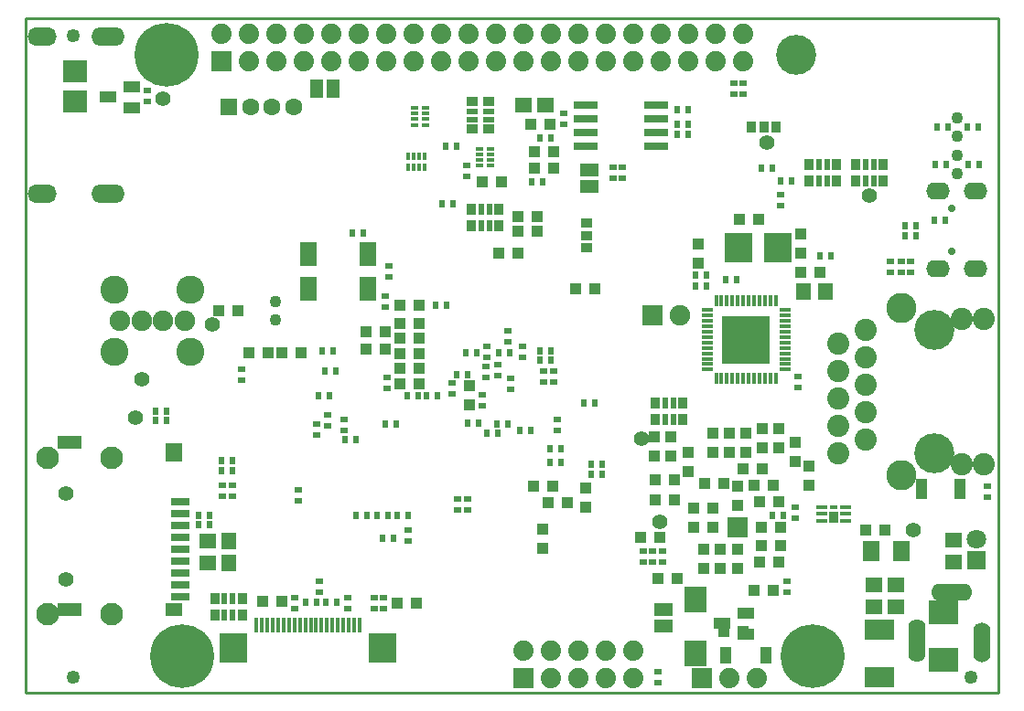
<source format=gbr>
G04 #@! TF.GenerationSoftware,KiCad,Pcbnew,no-vcs-found-ddec803~58~ubuntu14.04.1*
G04 #@! TF.CreationDate,2017-06-02T15:46:54+03:00*
G04 #@! TF.ProjectId,A64-OlinuXino_Rev_D,4136342D4F6C696E7558696E6F5F5265,D*
G04 #@! TF.FileFunction,Soldermask,Bot*
G04 #@! TF.FilePolarity,Negative*
%FSLAX46Y46*%
G04 Gerber Fmt 4.6, Leading zero omitted, Abs format (unit mm)*
G04 Created by KiCad (PCBNEW no-vcs-found-ddec803~58~ubuntu14.04.1) date Fri Jun  2 15:46:54 2017*
%MOMM*%
%LPD*%
G01*
G04 APERTURE LIST*
%ADD10C,0.100000*%
%ADD11C,0.254000*%
%ADD12C,3.700000*%
%ADD13C,2.800000*%
%ADD14C,2.050000*%
%ADD15O,2.200000X1.600000*%
%ADD16C,0.700000*%
%ADD17C,2.100000*%
%ADD18R,2.501600X2.701600*%
%ADD19R,0.351600X1.401600*%
%ADD20R,1.822400X1.822400*%
%ADD21R,4.400000X4.400000*%
%ADD22R,0.351600X1.001600*%
%ADD23R,1.001600X0.351600*%
%ADD24R,1.600000X2.200000*%
%ADD25C,1.254000*%
%ADD26O,2.700000X1.700000*%
%ADD27O,3.100000X1.700000*%
%ADD28C,1.900000*%
%ADD29C,2.600000*%
%ADD30C,5.900000*%
%ADD31R,0.863600X1.117600*%
%ADD32R,0.609600X1.117600*%
%ADD33R,0.651600X0.601600*%
%ADD34R,1.001600X0.451600*%
%ADD35R,0.901600X1.051600*%
%ADD36R,0.701600X0.451600*%
%ADD37R,1.701800X1.270000*%
%ADD38R,0.601600X0.651600*%
%ADD39R,1.117600X1.117600*%
%ADD40R,1.625600X1.371600*%
%ADD41R,2.100000X2.400000*%
%ADD42R,1.101600X1.501600*%
%ADD43R,1.501600X1.101600*%
%ADD44R,2.200000X2.000000*%
%ADD45R,2.801600X1.901600*%
%ADD46R,1.371600X1.625600*%
%ADD47R,1.117600X0.863600*%
%ADD48R,1.117600X0.609600*%
%ADD49R,1.270000X1.701800*%
%ADD50R,1.625600X1.879600*%
%ADD51C,1.100000*%
%ADD52R,1.117600X1.879600*%
%ADD53R,2.301600X0.701600*%
%ADD54R,2.686000X2.178000*%
%ADD55C,1.400000*%
%ADD56R,1.601600X1.601600*%
%ADD57C,1.601600*%
%ADD58C,1.879600*%
%ADD59R,1.879600X1.879600*%
%ADD60R,1.800000X1.800000*%
%ADD61C,1.800000*%
%ADD62R,1.901600X1.901600*%
%ADD63C,1.901600*%
%ADD64R,1.699260X0.800100*%
%ADD65R,1.501140X1.300480*%
%ADD66R,1.501140X1.699260*%
%ADD67R,2.301240X1.300480*%
%ADD68O,1.601600X4.001600*%
%ADD69O,1.601600X3.701600*%
%ADD70O,3.801600X1.601600*%
%ADD71R,0.726600X0.426600*%
%ADD72R,0.726600X0.351600*%
%ADD73R,0.426600X0.726600*%
%ADD74R,0.351600X0.726600*%
%ADD75R,2.500000X2.800000*%
G04 APERTURE END LIST*
D10*
D11*
X100000000Y-37500000D02*
X100000000Y-100000000D01*
X190000000Y-37500000D02*
X100000000Y-37500000D01*
X190000000Y-100000000D02*
X190000000Y-37500000D01*
X100000000Y-100000000D02*
X190000000Y-100000000D01*
D12*
X184023000Y-77851000D03*
X184023000Y-66421000D03*
D13*
X180975000Y-79883000D03*
X180975000Y-64389000D03*
D14*
X188595000Y-78867000D03*
X186563000Y-78867000D03*
X188595000Y-65405000D03*
X186563000Y-65405000D03*
X175133000Y-77851000D03*
X177673000Y-76581000D03*
X175133000Y-75311000D03*
X177673000Y-74041000D03*
X175133000Y-72771000D03*
X177673000Y-71501000D03*
X175133000Y-70231000D03*
X177673000Y-68961000D03*
X175133000Y-67691000D03*
X177673000Y-66421000D03*
D15*
X187842000Y-53550000D03*
X184372000Y-53550000D03*
X184372000Y-60750000D03*
X187842000Y-60750000D03*
D16*
X185692000Y-55150000D03*
X185692000Y-59150000D03*
D17*
X107981000Y-78232000D03*
X101981000Y-78232000D03*
X107981000Y-92710000D03*
X101981000Y-92710000D03*
D18*
X133011000Y-95870000D03*
X119211000Y-95870000D03*
D19*
X130861000Y-93770000D03*
X130361000Y-93770000D03*
X129861000Y-93770000D03*
X129361000Y-93770000D03*
X128861000Y-93770000D03*
X128361000Y-93770000D03*
X127861000Y-93770000D03*
X127361000Y-93770000D03*
X126861000Y-93770000D03*
X126361000Y-93770000D03*
X125861000Y-93770000D03*
X125361000Y-93770000D03*
X124861000Y-93770000D03*
X124361000Y-93770000D03*
X123861000Y-93770000D03*
X123361000Y-93770000D03*
X122861000Y-93770000D03*
X122361000Y-93770000D03*
X121861000Y-93770000D03*
X121361000Y-93770000D03*
D20*
X166624000Y-67310000D03*
D21*
X166624000Y-67310000D03*
D22*
X169374000Y-63710000D03*
X168874000Y-63710000D03*
X168374000Y-63710000D03*
X167874000Y-63710000D03*
X167374000Y-63710000D03*
X166874000Y-63710000D03*
X166374000Y-63710000D03*
X165874000Y-63710000D03*
X165374000Y-63710000D03*
X164874000Y-63710000D03*
X164374000Y-63710000D03*
X163874000Y-63710000D03*
D23*
X163024000Y-64560000D03*
X163024000Y-65060000D03*
X163024000Y-65560000D03*
X163024000Y-66060000D03*
X163024000Y-66560000D03*
X163024000Y-67060000D03*
X163024000Y-67560000D03*
X163024000Y-68060000D03*
X163024000Y-68560000D03*
X163024000Y-69060000D03*
X163024000Y-69560000D03*
X163024000Y-70060000D03*
D22*
X163874000Y-70910000D03*
X164374000Y-70910000D03*
X164874000Y-70910000D03*
X165374000Y-70910000D03*
X165874000Y-70910000D03*
X166374000Y-70910000D03*
X166874000Y-70910000D03*
X167374000Y-70910000D03*
X167874000Y-70910000D03*
X168374000Y-70910000D03*
X168874000Y-70910000D03*
X169374000Y-70910000D03*
D23*
X170224000Y-70060000D03*
X170224000Y-69560000D03*
X170224000Y-69060000D03*
X170224000Y-68560000D03*
X170224000Y-68060000D03*
X170224000Y-67560000D03*
X170224000Y-67060000D03*
X170224000Y-66560000D03*
X170224000Y-66060000D03*
X170224000Y-65560000D03*
X170224000Y-65060000D03*
X170224000Y-64560000D03*
D24*
X126155000Y-59360000D03*
X126155000Y-62560000D03*
X131655000Y-62560000D03*
X131655000Y-59360000D03*
D25*
X104394000Y-39116000D03*
X104394000Y-98552000D03*
X187452000Y-98552000D03*
D26*
X101547000Y-39182000D03*
X101547000Y-53782000D03*
D27*
X107597000Y-53782000D03*
X107597000Y-39182000D03*
D20*
X165862000Y-84645500D03*
D28*
X114712000Y-65532000D03*
X112712000Y-65532000D03*
X110712000Y-65532000D03*
X108712000Y-65532000D03*
D29*
X108212000Y-68382000D03*
X108212000Y-62682000D03*
X115212000Y-68382000D03*
X115212000Y-62682000D03*
D30*
X172800000Y-96600000D03*
D31*
X179324000Y-51054000D03*
X179324000Y-52578000D03*
X176784000Y-51054000D03*
X176784000Y-52578000D03*
D32*
X178435000Y-51054000D03*
X177673000Y-51054000D03*
X178435000Y-52578000D03*
X177673000Y-52578000D03*
D33*
X133604000Y-60452000D03*
X133604000Y-61468000D03*
X111252000Y-44196000D03*
X111252000Y-45212000D03*
D34*
X173652000Y-84089000D03*
X173652000Y-83439000D03*
X173652000Y-82789000D03*
X175852000Y-82789000D03*
X175852000Y-83439000D03*
X175852000Y-84089000D03*
D35*
X174752000Y-83789000D03*
D36*
X174752000Y-82789000D03*
D31*
X143764000Y-55245000D03*
X143764000Y-56769000D03*
X141224000Y-55245000D03*
X141224000Y-56769000D03*
D32*
X142875000Y-55245000D03*
X142113000Y-55245000D03*
X142875000Y-56769000D03*
X142113000Y-56769000D03*
D37*
X159004000Y-92329000D03*
X159004000Y-92329000D03*
X159004000Y-93853000D03*
D33*
X135400000Y-84892000D03*
X135400000Y-85908000D03*
D38*
X135382000Y-83566000D03*
X134366000Y-83566000D03*
X133477000Y-83566000D03*
X132461000Y-83566000D03*
X131572000Y-83566000D03*
X130556000Y-83566000D03*
D39*
X134366000Y-91694000D03*
X136144000Y-91694000D03*
D33*
X129800000Y-91192000D03*
X129800000Y-92208000D03*
X124900000Y-91192000D03*
X124900000Y-92208000D03*
X125200000Y-82208000D03*
X125200000Y-81192000D03*
X129413000Y-75692000D03*
X129413000Y-74676000D03*
D39*
X123711000Y-68500000D03*
X125489000Y-68500000D03*
D33*
X119100000Y-81808000D03*
X119100000Y-80792000D03*
D38*
X132992000Y-85700000D03*
X134008000Y-85700000D03*
D33*
X133096000Y-91186000D03*
X133096000Y-92202000D03*
X132207000Y-91186000D03*
X132207000Y-92202000D03*
X133400000Y-70792000D03*
X133400000Y-71808000D03*
D39*
X123689000Y-91500000D03*
X121911000Y-91500000D03*
D38*
X143592000Y-75100000D03*
X144608000Y-75100000D03*
X145692000Y-75700000D03*
X146708000Y-75700000D03*
X130556000Y-76581000D03*
X129540000Y-76581000D03*
X127692000Y-70200000D03*
X128708000Y-70200000D03*
D39*
X133223000Y-68199000D03*
X131445000Y-68199000D03*
D38*
X141908000Y-75000000D03*
X140892000Y-75000000D03*
X119108000Y-78500000D03*
X118092000Y-78500000D03*
D33*
X127200000Y-89692000D03*
X127200000Y-90708000D03*
D38*
X127392000Y-68300000D03*
X128408000Y-68300000D03*
D39*
X122389000Y-68500000D03*
X120611000Y-68500000D03*
X147828000Y-86614000D03*
X147828000Y-84836000D03*
D33*
X127900000Y-74292000D03*
X127900000Y-75308000D03*
D38*
X143708000Y-76000000D03*
X142692000Y-76000000D03*
X133292000Y-75100000D03*
X134308000Y-75100000D03*
D33*
X126900000Y-76108000D03*
X126900000Y-75092000D03*
D38*
X148608000Y-69200000D03*
X147592000Y-69200000D03*
X138492000Y-54700000D03*
X139508000Y-54700000D03*
D39*
X144018000Y-52705000D03*
X142240000Y-52705000D03*
D38*
X148590000Y-48641000D03*
X147574000Y-48641000D03*
D39*
X148844000Y-49911000D03*
X147066000Y-49911000D03*
X146685000Y-47371000D03*
X148463000Y-47371000D03*
X147066000Y-51435000D03*
X148844000Y-51435000D03*
D38*
X146812000Y-52705000D03*
X147828000Y-52705000D03*
X140908000Y-70500000D03*
X139892000Y-70500000D03*
D33*
X139425000Y-71317000D03*
X139425000Y-72333000D03*
D38*
X138108000Y-72500000D03*
X137092000Y-72500000D03*
D39*
X136398000Y-69977000D03*
X134620000Y-69977000D03*
X134620000Y-65786000D03*
X136398000Y-65786000D03*
X136398000Y-68580000D03*
X134620000Y-68580000D03*
X134620000Y-67183000D03*
X136398000Y-67183000D03*
X134620000Y-71374000D03*
X136398000Y-71374000D03*
X141050000Y-71586000D03*
X141050000Y-73364000D03*
D40*
X116840000Y-85979000D03*
X116840000Y-88011000D03*
D33*
X179959000Y-61087000D03*
X179959000Y-60071000D03*
X144625000Y-66442000D03*
X144625000Y-67458000D03*
D38*
X143792000Y-68500000D03*
X144808000Y-68500000D03*
D33*
X147900000Y-70192000D03*
X147900000Y-71208000D03*
X142700000Y-68908000D03*
X142700000Y-67892000D03*
D38*
X148608000Y-68300000D03*
X147592000Y-68300000D03*
D33*
X148800000Y-71208000D03*
X148800000Y-70192000D03*
D39*
X145542000Y-59309000D03*
X143764000Y-59309000D03*
D33*
X142600000Y-70808000D03*
X142600000Y-69792000D03*
D40*
X180467000Y-90043000D03*
X180467000Y-92075000D03*
X178435000Y-90043000D03*
X178435000Y-92075000D03*
D39*
X147320000Y-55880000D03*
X145542000Y-55880000D03*
X169799000Y-84709000D03*
X168021000Y-84709000D03*
D38*
X148492000Y-77400000D03*
X149508000Y-77400000D03*
D39*
X158242000Y-80264000D03*
X160020000Y-80264000D03*
X163576000Y-82931000D03*
X161798000Y-82931000D03*
D38*
X153289000Y-79756000D03*
X152273000Y-79756000D03*
D39*
X169799000Y-86360000D03*
X168021000Y-86360000D03*
D38*
X153289000Y-78867000D03*
X152273000Y-78867000D03*
D33*
X149200000Y-74692000D03*
X149200000Y-75708000D03*
D39*
X165862000Y-86741000D03*
X165862000Y-88519000D03*
D38*
X148492000Y-78700000D03*
X149508000Y-78700000D03*
D39*
X177673000Y-84963000D03*
X179451000Y-84963000D03*
X151765000Y-82804000D03*
X151765000Y-81026000D03*
X146939000Y-80899000D03*
X148717000Y-80899000D03*
X164211000Y-86741000D03*
X164211000Y-88519000D03*
X172466000Y-80772000D03*
X172466000Y-78994000D03*
X148336000Y-82423000D03*
X150114000Y-82423000D03*
X162687000Y-88519000D03*
X162687000Y-86741000D03*
X160274000Y-89408000D03*
X158496000Y-89408000D03*
X169164000Y-90551000D03*
X167386000Y-90551000D03*
X166624000Y-75946000D03*
X166624000Y-77724000D03*
D33*
X142200000Y-73408000D03*
X142200000Y-72392000D03*
D38*
X184277000Y-47625000D03*
X185293000Y-47625000D03*
D39*
X165862000Y-82677000D03*
X165862000Y-80899000D03*
D33*
X144900000Y-71908000D03*
X144900000Y-70892000D03*
D39*
X158242000Y-82169000D03*
X160020000Y-82169000D03*
X158115000Y-78105000D03*
X158115000Y-76327000D03*
X164592000Y-80645000D03*
X162814000Y-80645000D03*
X161290000Y-77724000D03*
X161290000Y-79502000D03*
X163576000Y-75946000D03*
X163576000Y-77724000D03*
X165100000Y-75946000D03*
X165100000Y-77724000D03*
X166370000Y-79248000D03*
X168148000Y-79248000D03*
X159639000Y-78105000D03*
X159639000Y-76327000D03*
X167386000Y-80772000D03*
X169164000Y-80772000D03*
X161798000Y-84709000D03*
X163576000Y-84709000D03*
X158623000Y-85598000D03*
X156845000Y-85598000D03*
X171196000Y-76835000D03*
X171196000Y-78613000D03*
X167894000Y-82296000D03*
X169672000Y-82296000D03*
D38*
X184150000Y-51054000D03*
X185166000Y-51054000D03*
D39*
X169672000Y-75565000D03*
X169672000Y-77343000D03*
X168148000Y-75565000D03*
X168148000Y-77343000D03*
D40*
X185801000Y-85852000D03*
X185801000Y-87884000D03*
D39*
X167894000Y-87884000D03*
X169672000Y-87884000D03*
D38*
X131191000Y-57404000D03*
X130175000Y-57404000D03*
D33*
X133223000Y-64262000D03*
X133223000Y-63246000D03*
D39*
X147320000Y-57277000D03*
X145542000Y-57277000D03*
D38*
X140692000Y-68500000D03*
X141708000Y-68500000D03*
D39*
X119634000Y-64643000D03*
X117856000Y-64643000D03*
D33*
X146000000Y-67892000D03*
X146000000Y-68908000D03*
D39*
X134620000Y-64135000D03*
X136398000Y-64135000D03*
X150876000Y-62611000D03*
X152654000Y-62611000D03*
D41*
X161925000Y-96353000D03*
X161925000Y-91353000D03*
D42*
X168524000Y-96520000D03*
X164724000Y-96520000D03*
D43*
X107609640Y-44828460D03*
X109819440Y-45783500D03*
X109819440Y-43881040D03*
X164378640Y-93596460D03*
X166588440Y-94551500D03*
X166588440Y-92649040D03*
D44*
X104521000Y-45215000D03*
X104521000Y-42415000D03*
D45*
X178943000Y-94193000D03*
X178943000Y-98593000D03*
D40*
X146050000Y-45593000D03*
X148082000Y-45593000D03*
D46*
X118745000Y-85979000D03*
X118745000Y-88011000D03*
D37*
X152146000Y-51562000D03*
X152146000Y-51562000D03*
X152146000Y-53086000D03*
D38*
X127092000Y-72500000D03*
X128108000Y-72500000D03*
D33*
X140843000Y-83058000D03*
X140843000Y-82042000D03*
X139954000Y-83058000D03*
X139954000Y-82042000D03*
D38*
X169037000Y-51435000D03*
X168021000Y-51435000D03*
D33*
X169799000Y-54864000D03*
X169799000Y-53848000D03*
D38*
X138938000Y-64135000D03*
X137922000Y-64135000D03*
X151638000Y-73152000D03*
X152654000Y-73152000D03*
D47*
X141338000Y-45230000D03*
X142862000Y-45230000D03*
X141338000Y-47770000D03*
X142862000Y-47770000D03*
D48*
X141338000Y-46119000D03*
X141338000Y-46881000D03*
X142862000Y-46119000D03*
X142862000Y-46881000D03*
D31*
X120015000Y-91313000D03*
X120015000Y-92837000D03*
X117475000Y-91313000D03*
X117475000Y-92837000D03*
D32*
X119126000Y-91313000D03*
X118364000Y-91313000D03*
X119126000Y-92837000D03*
X118364000Y-92837000D03*
D31*
X175006000Y-51054000D03*
X175006000Y-52578000D03*
X172466000Y-51054000D03*
X172466000Y-52578000D03*
D32*
X174117000Y-51054000D03*
X173355000Y-51054000D03*
X174117000Y-52578000D03*
X173355000Y-52578000D03*
D38*
X184023000Y-56261000D03*
X185039000Y-56261000D03*
D33*
X181864000Y-60071000D03*
X181864000Y-61087000D03*
D38*
X174498000Y-59563000D03*
X173482000Y-59563000D03*
D33*
X180975000Y-61087000D03*
X180975000Y-60071000D03*
D38*
X169799000Y-52578000D03*
X170815000Y-52578000D03*
D49*
X128397000Y-44069000D03*
X128397000Y-44069000D03*
X126873000Y-44069000D03*
D33*
X143700000Y-69592000D03*
X143700000Y-70608000D03*
X170434000Y-89662000D03*
X170434000Y-90678000D03*
X171196000Y-82804000D03*
X171196000Y-83820000D03*
D50*
X178181000Y-86868000D03*
X180975000Y-86868000D03*
D38*
X170053000Y-83566000D03*
X169037000Y-83566000D03*
D33*
X157099000Y-87884000D03*
X157099000Y-86868000D03*
X157988000Y-87884000D03*
X157988000Y-86868000D03*
D38*
X188087000Y-47625000D03*
X187071000Y-47625000D03*
D33*
X158877000Y-86868000D03*
X158877000Y-87884000D03*
D38*
X188214000Y-51054000D03*
X187198000Y-51054000D03*
D33*
X158496000Y-98044000D03*
X158496000Y-99060000D03*
D38*
X115951000Y-83566000D03*
X116967000Y-83566000D03*
X115951000Y-84455000D03*
X116967000Y-84455000D03*
D33*
X154305000Y-52324000D03*
X154305000Y-51308000D03*
D38*
X138811000Y-49403000D03*
X139827000Y-49403000D03*
D33*
X140800000Y-51192000D03*
X140800000Y-52208000D03*
D38*
X135255000Y-72517000D03*
X136271000Y-72517000D03*
D33*
X120000000Y-71008000D03*
X120000000Y-69992000D03*
X118200000Y-80792000D03*
X118200000Y-81808000D03*
D38*
X118092000Y-79400000D03*
X119108000Y-79400000D03*
X128808000Y-91600000D03*
X127792000Y-91600000D03*
X125892000Y-91600000D03*
X126908000Y-91600000D03*
D47*
X151892000Y-58801000D03*
X151892000Y-57658000D03*
X151892000Y-56515000D03*
D51*
X186182000Y-51904000D03*
X186182000Y-50204000D03*
X186182000Y-48475000D03*
X186182000Y-46775000D03*
X123063000Y-63793000D03*
X123063000Y-65493000D03*
D38*
X181356000Y-56769000D03*
X182372000Y-56769000D03*
X181356000Y-57658000D03*
X182372000Y-57658000D03*
D39*
X131445000Y-66548000D03*
X133223000Y-66548000D03*
D52*
X186436000Y-81153000D03*
X182880000Y-81153000D03*
D46*
X171958000Y-62865000D03*
X173990000Y-62865000D03*
D39*
X162179000Y-58420000D03*
X162179000Y-60198000D03*
X171704000Y-57531000D03*
X171704000Y-59309000D03*
X167767000Y-56134000D03*
X165989000Y-56134000D03*
D38*
X161925000Y-61341000D03*
X162941000Y-61341000D03*
X164719000Y-61722000D03*
X165735000Y-61722000D03*
D33*
X188976000Y-80899000D03*
X188976000Y-81915000D03*
D39*
X171704000Y-61087000D03*
X173482000Y-61087000D03*
D31*
X158242000Y-74676000D03*
X158242000Y-73152000D03*
X160782000Y-74676000D03*
X160782000Y-73152000D03*
D32*
X159131000Y-74676000D03*
X159893000Y-74676000D03*
X159131000Y-73152000D03*
X159893000Y-73152000D03*
D38*
X161925000Y-62357000D03*
X162941000Y-62357000D03*
D33*
X171450000Y-71755000D03*
X171450000Y-70739000D03*
X149733000Y-47371000D03*
X149733000Y-46355000D03*
D38*
X160274000Y-45974000D03*
X161290000Y-45974000D03*
X160274000Y-48260000D03*
X161290000Y-48260000D03*
X160274000Y-47371000D03*
X161290000Y-47371000D03*
D33*
X155194000Y-51308000D03*
X155194000Y-52324000D03*
D53*
X158302000Y-45593000D03*
X158302000Y-46863000D03*
X158302000Y-48133000D03*
X158302000Y-49403000D03*
X151832000Y-49403000D03*
X151832000Y-48133000D03*
X151832000Y-46863000D03*
X151832000Y-45593000D03*
D54*
X184912000Y-92565000D03*
X184912000Y-96919000D03*
D55*
X110744000Y-70993000D03*
X110109000Y-74549000D03*
X112649000Y-44958000D03*
X178054000Y-53975000D03*
X156972000Y-76454000D03*
X117221000Y-65913000D03*
X182118000Y-84963000D03*
X168529000Y-49022000D03*
X158623000Y-84201000D03*
D56*
X118793000Y-45720000D03*
D57*
X120793000Y-45720000D03*
X122793000Y-45720000D03*
X124793000Y-45720000D03*
D58*
X166370000Y-38989000D03*
X166370000Y-41529000D03*
X163830000Y-38989000D03*
X163830000Y-41529000D03*
X161290000Y-38989000D03*
X161290000Y-41529000D03*
X158750000Y-38989000D03*
X158750000Y-41529000D03*
X156210000Y-38989000D03*
X156210000Y-41529000D03*
X146050000Y-38989000D03*
X146050000Y-41529000D03*
X143510000Y-38989000D03*
X143510000Y-41529000D03*
X148590000Y-41529000D03*
X148590000Y-38989000D03*
X151130000Y-38989000D03*
X151130000Y-41529000D03*
X153670000Y-41529000D03*
X153670000Y-38989000D03*
X128270000Y-38989000D03*
X128270000Y-41529000D03*
X125730000Y-41529000D03*
X125730000Y-38989000D03*
X123190000Y-38989000D03*
X123190000Y-41529000D03*
D59*
X118110000Y-41529000D03*
D58*
X118110000Y-38989000D03*
X120650000Y-41529000D03*
X120650000Y-38989000D03*
X130810000Y-41529000D03*
X130810000Y-38989000D03*
X133350000Y-41529000D03*
X133350000Y-38989000D03*
X135890000Y-41529000D03*
X135890000Y-38989000D03*
X138430000Y-41529000D03*
X138430000Y-38989000D03*
X140970000Y-41529000D03*
X140970000Y-38989000D03*
X156210000Y-96139000D03*
X156210000Y-98679000D03*
X153670000Y-98679000D03*
X153670000Y-96139000D03*
X151130000Y-96139000D03*
X151130000Y-98679000D03*
D59*
X146050000Y-98679000D03*
D58*
X146050000Y-96139000D03*
X148590000Y-98679000D03*
X148590000Y-96139000D03*
D59*
X162560000Y-98679000D03*
D58*
X165100000Y-98679000D03*
X167640000Y-98679000D03*
D60*
X187982860Y-87749380D03*
D61*
X187980320Y-85737700D03*
D62*
X157988000Y-65024000D03*
D63*
X160528000Y-65024000D03*
D64*
X114307620Y-82334100D03*
X114307620Y-83433920D03*
X114307620Y-84533740D03*
X114307620Y-85631020D03*
X114307620Y-86730840D03*
X114307620Y-87830660D03*
X114307620Y-88930480D03*
X114307620Y-90030300D03*
X114307620Y-91130120D03*
D65*
X113682780Y-92331540D03*
D66*
X113682780Y-77734160D03*
D67*
X104084120Y-92331540D03*
X104084120Y-76832460D03*
D55*
X103682800Y-81534000D03*
X103682800Y-89535000D03*
D38*
X112014000Y-73914000D03*
X113030000Y-73914000D03*
X112014000Y-74803000D03*
X113030000Y-74803000D03*
D68*
X182441000Y-95174000D03*
D69*
X188441000Y-95324000D03*
D70*
X185695000Y-90724000D03*
D30*
X114500000Y-96600000D03*
X113000000Y-40900000D03*
D12*
X171300000Y-40900000D03*
D33*
X166370000Y-43561000D03*
X166370000Y-44577000D03*
X165481000Y-43561000D03*
X165481000Y-44577000D03*
D31*
X167132000Y-47625000D03*
X168275000Y-47625000D03*
X169418000Y-47625000D03*
D39*
X164592000Y-94361000D03*
X166370000Y-94361000D03*
D71*
X135987500Y-47390000D03*
X137012500Y-47390000D03*
D72*
X135987500Y-46850000D03*
X137012500Y-46850000D03*
X135987500Y-46350000D03*
X137012500Y-46350000D03*
D71*
X135987500Y-45810000D03*
X137012500Y-45810000D03*
D73*
X135354000Y-50287500D03*
X135354000Y-51312500D03*
D74*
X135894000Y-50287500D03*
X135894000Y-51312500D03*
X136394000Y-50287500D03*
X136394000Y-51312500D03*
D73*
X136934000Y-50287500D03*
X136934000Y-51312500D03*
D71*
X143012500Y-49610000D03*
X141987500Y-49610000D03*
D72*
X143012500Y-50150000D03*
X141987500Y-50150000D03*
X143012500Y-50650000D03*
X141987500Y-50650000D03*
D71*
X143012500Y-51190000D03*
X141987500Y-51190000D03*
D75*
X169617000Y-58801000D03*
X165917000Y-58801000D03*
M02*

</source>
